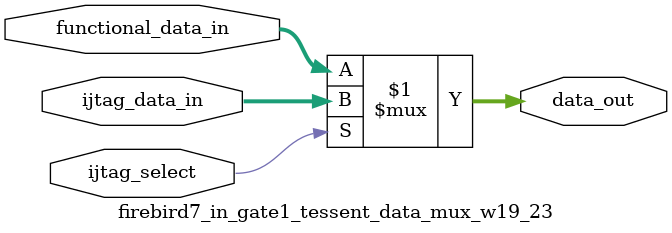
<source format=sv>

module firebird7_in_gate1_tessent_data_mux_w19_23 (
  input wire ijtag_select,
  input wire [18:0]  functional_data_in,
  input wire [18:0]  ijtag_data_in,
  output wire [18:0] data_out
);
assign data_out = (ijtag_select) ? ijtag_data_in : functional_data_in;
endmodule

</source>
